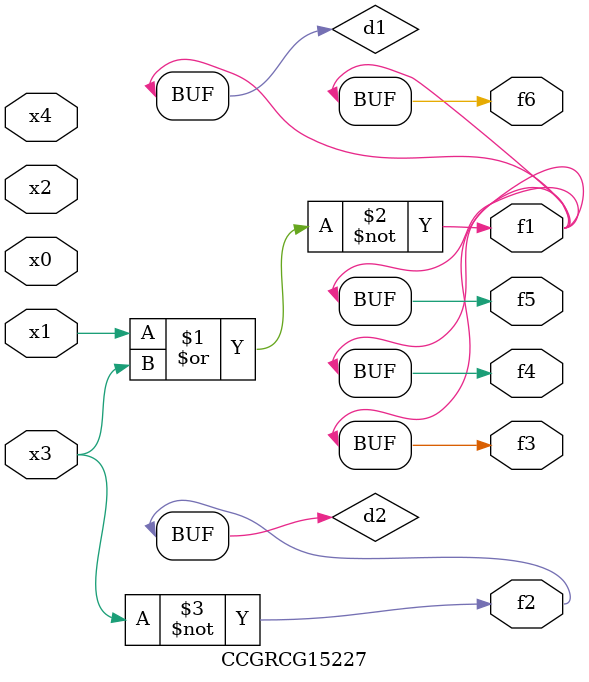
<source format=v>
module CCGRCG15227(
	input x0, x1, x2, x3, x4,
	output f1, f2, f3, f4, f5, f6
);

	wire d1, d2;

	nor (d1, x1, x3);
	not (d2, x3);
	assign f1 = d1;
	assign f2 = d2;
	assign f3 = d1;
	assign f4 = d1;
	assign f5 = d1;
	assign f6 = d1;
endmodule

</source>
